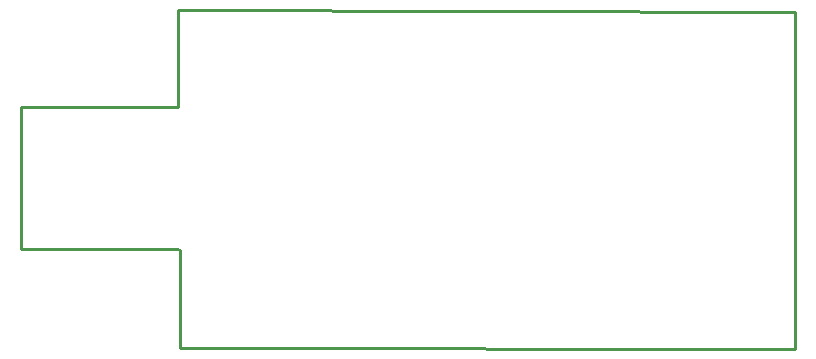
<source format=gko>
G04 Layer: BoardOutlineLayer*
G04 EasyEDA v6.5.48, 2025-03-08 11:52:12*
G04 30e90ac5d70944fe866dc529022a22e9,369c048249c94b259d5cf78f180de413,10*
G04 Gerber Generator version 0.2*
G04 Scale: 100 percent, Rotated: No, Reflected: No *
G04 Dimensions in millimeters *
G04 leading zeros omitted , absolute positions ,4 integer and 5 decimal *
%FSLAX45Y45*%
%MOMM*%

%ADD10C,0.2540*%
D10*
X2159000Y-4076700D02*
G01*
X2159000Y-4902200D01*
X7366000Y-4914137D01*
X7366000Y-2057400D01*
X2146300Y-2044700D01*
X2146300Y-2857500D01*
X2146124Y-2863641D02*
G01*
X812624Y-2863641D01*
X812624Y-4070141D01*
X2146124Y-4070141D01*

%LPD*%
M02*

</source>
